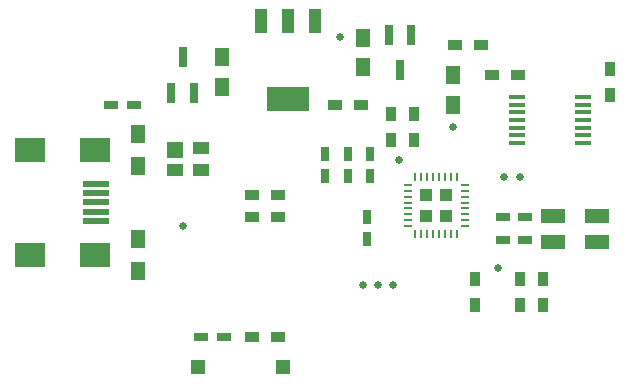
<source format=gbr>
G04 #@! TF.FileFunction,Paste,Top*
%FSLAX46Y46*%
G04 Gerber Fmt 4.6, Leading zero omitted, Abs format (unit mm)*
G04 Created by KiCad (PCBNEW 4.0.2+dfsg1-stable) date Fri 29 Jul 2016 09:24:32 AM CST*
%MOMM*%
G01*
G04 APERTURE LIST*
%ADD10C,0.100000*%
%ADD11C,0.650000*%
%ADD12R,1.250000X1.250000*%
%ADD13R,2.000000X1.200000*%
%ADD14R,1.400000X1.400000*%
%ADD15R,1.400000X1.000000*%
%ADD16R,3.657600X2.032000*%
%ADD17R,1.016000X2.032000*%
%ADD18R,1.397000X0.431800*%
%ADD19R,1.200000X0.900000*%
%ADD20R,0.900000X1.200000*%
%ADD21R,2.301240X0.500380*%
%ADD22R,2.499360X1.998980*%
%ADD23R,1.300000X1.500000*%
%ADD24R,0.800100X1.800860*%
%ADD25R,1.250000X1.500000*%
%ADD26R,1.200000X0.750000*%
%ADD27R,0.750000X1.200000*%
%ADD28R,0.700000X0.250000*%
%ADD29R,0.250000X0.700000*%
%ADD30R,1.035000X1.035000*%
G04 APERTURE END LIST*
D10*
D11*
X148590000Y-101600000D03*
D12*
X136525000Y-129540000D03*
X143725000Y-129540000D03*
D11*
X153543000Y-112014000D03*
X158115000Y-109220000D03*
X163830000Y-113411000D03*
X162433000Y-113411000D03*
D13*
X170307000Y-116713000D03*
X166607000Y-116713000D03*
X166607000Y-118913000D03*
X170307000Y-118913000D03*
D11*
X161925000Y-121158000D03*
X150495000Y-122555000D03*
X151765000Y-122555000D03*
X135255000Y-117602000D03*
X153035000Y-122555000D03*
D14*
X134620000Y-111125000D03*
D15*
X134620000Y-112845000D03*
X136820000Y-112845000D03*
X136820000Y-110925000D03*
D16*
X144145000Y-106807000D03*
D17*
X144145000Y-100203000D03*
X141859000Y-100203000D03*
X146431000Y-100203000D03*
D18*
X163576000Y-106654600D03*
X163576000Y-107289600D03*
X163576000Y-107950000D03*
X163576000Y-108585000D03*
X163576000Y-109245400D03*
X163576000Y-109893100D03*
X163576000Y-110540800D03*
X169164000Y-110540800D03*
X169164000Y-109893100D03*
X169164000Y-109245400D03*
X169164000Y-108585000D03*
X169164000Y-107937300D03*
X169164000Y-107289600D03*
X169164000Y-106641900D03*
D19*
X150325000Y-107315000D03*
X148125000Y-107315000D03*
X143340000Y-127000000D03*
X141140000Y-127000000D03*
D20*
X154813000Y-110320000D03*
X154813000Y-108120000D03*
X152908000Y-108120000D03*
X152908000Y-110320000D03*
X160020000Y-122090000D03*
X160020000Y-124290000D03*
X165735000Y-122090000D03*
X165735000Y-124290000D03*
D19*
X160485000Y-102235000D03*
X158285000Y-102235000D03*
D20*
X163830000Y-124290000D03*
X163830000Y-122090000D03*
D19*
X161460000Y-104775000D03*
X163660000Y-104775000D03*
X143340000Y-114935000D03*
X141140000Y-114935000D03*
X141140000Y-116840000D03*
X143340000Y-116840000D03*
D20*
X171450000Y-104310000D03*
X171450000Y-106510000D03*
D21*
X127909320Y-113969800D03*
X127909320Y-114769900D03*
X127909320Y-115570000D03*
X127909320Y-116370100D03*
X127909320Y-117170200D03*
D22*
X127810260Y-111119920D03*
X122311160Y-111119920D03*
X127810260Y-120020080D03*
X122311160Y-120020080D03*
D23*
X131445000Y-121365000D03*
X131445000Y-118665000D03*
X131445000Y-112475000D03*
X131445000Y-109775000D03*
D24*
X154620000Y-101368860D03*
X152720000Y-101368860D03*
X153670000Y-104371140D03*
X134305000Y-106276140D03*
X136205000Y-106276140D03*
X135255000Y-103273860D03*
D25*
X158115000Y-107295000D03*
X158115000Y-104795000D03*
X150495000Y-101620000D03*
X150495000Y-104120000D03*
X138557000Y-103271000D03*
X138557000Y-105771000D03*
D26*
X138745000Y-127000000D03*
X136845000Y-127000000D03*
D27*
X150876000Y-116779000D03*
X150876000Y-118679000D03*
D26*
X131125000Y-107315000D03*
X129225000Y-107315000D03*
X162372000Y-118745000D03*
X164272000Y-118745000D03*
X162372000Y-116840000D03*
X164272000Y-116840000D03*
D27*
X147320000Y-113345000D03*
X147320000Y-111445000D03*
X149225000Y-113345000D03*
X149225000Y-111445000D03*
X151130000Y-113345000D03*
X151130000Y-111445000D03*
D28*
X154318000Y-114074000D03*
X154318000Y-114574000D03*
X154318000Y-115074000D03*
X154318000Y-115574000D03*
X154318000Y-116074000D03*
X154318000Y-116574000D03*
X154318000Y-117074000D03*
X154318000Y-117574000D03*
D29*
X154968000Y-118224000D03*
X155468000Y-118224000D03*
X155968000Y-118224000D03*
X156468000Y-118224000D03*
X156968000Y-118224000D03*
X157468000Y-118224000D03*
X157968000Y-118224000D03*
X158468000Y-118224000D03*
D28*
X159118000Y-117574000D03*
X159118000Y-117074000D03*
X159118000Y-116574000D03*
X159118000Y-116074000D03*
X159118000Y-115574000D03*
X159118000Y-115074000D03*
X159118000Y-114574000D03*
X159118000Y-114074000D03*
D29*
X158468000Y-113424000D03*
X157968000Y-113424000D03*
X157468000Y-113424000D03*
X156968000Y-113424000D03*
X156468000Y-113424000D03*
X155968000Y-113424000D03*
X155468000Y-113424000D03*
X154968000Y-113424000D03*
D30*
X157580500Y-116686500D03*
X157580500Y-114961500D03*
X155855500Y-116686500D03*
X155855500Y-114961500D03*
M02*

</source>
